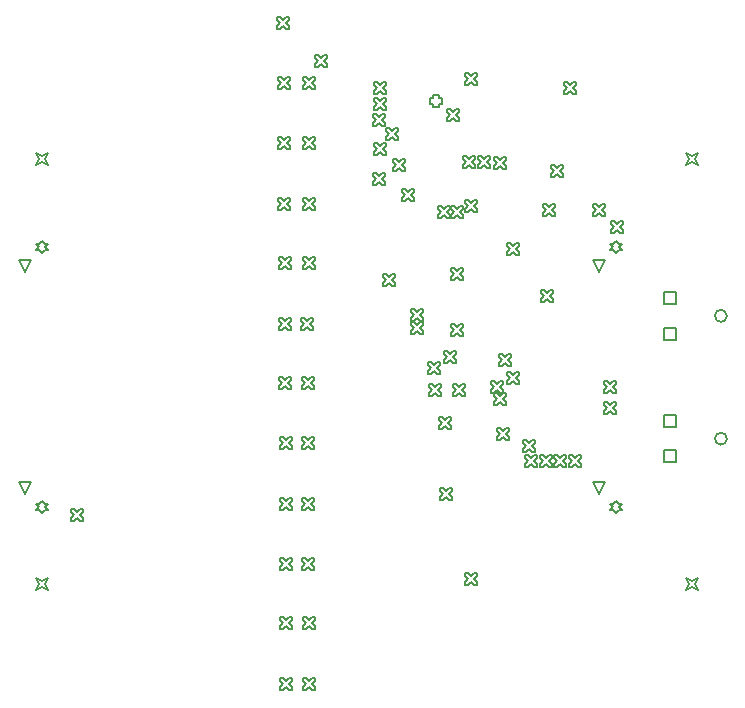
<source format=gbr>
%TF.GenerationSoftware,Altium Limited,Altium Designer,19.1.8 (144)*%
G04 Layer_Color=2752767*
%FSLAX26Y26*%
%MOIN*%
%TF.FileFunction,Drawing*%
%TF.Part,Single*%
G01*
G75*
%TA.AperFunction,NonConductor*%
%ADD67C,0.005000*%
%ADD80C,0.006667*%
D67*
X2268976Y1523307D02*
Y1563307D01*
X2308976D01*
Y1523307D01*
X2268976D01*
Y1405197D02*
Y1445197D01*
X2308976D01*
Y1405197D01*
X2268976D01*
Y1113859D02*
Y1153859D01*
X2308976D01*
Y1113859D01*
X2268976D01*
Y995749D02*
Y1035749D01*
X2308976D01*
Y995749D01*
X2268976D01*
X137796Y889448D02*
X117796Y929448D01*
X157796D01*
X137796Y889448D01*
Y1629606D02*
X117796Y1669606D01*
X157796D01*
X137796Y1629606D01*
X196850Y826456D02*
X206850Y836456D01*
X216850D01*
X206850Y846456D01*
X216850Y856456D01*
X206850D01*
X196850Y866456D01*
X186850Y856456D01*
X176850D01*
X186850Y846456D01*
X176850Y836456D01*
X186850D01*
X196850Y826456D01*
Y1692598D02*
X206850Y1702598D01*
X216850D01*
X206850Y1712598D01*
X216850Y1722598D01*
X206850D01*
X196850Y1732598D01*
X186850Y1722598D01*
X176850D01*
X186850Y1712598D01*
X176850Y1702598D01*
X186850D01*
X196850Y1692598D01*
X2051182Y889448D02*
X2031182Y929448D01*
X2071182D01*
X2051182Y889448D01*
Y1629606D02*
X2031182Y1669606D01*
X2071182D01*
X2051182Y1629606D01*
X2110236Y826456D02*
X2120236Y836456D01*
X2130236D01*
X2120236Y846456D01*
X2130236Y856456D01*
X2120236D01*
X2110236Y866456D01*
X2100236Y856456D01*
X2090236D01*
X2100236Y846456D01*
X2090236Y836456D01*
X2100236D01*
X2110236Y826456D01*
Y1692598D02*
X2120236Y1702598D01*
X2130236D01*
X2120236Y1712598D01*
X2130236Y1722598D01*
X2120236D01*
X2110236Y1732598D01*
X2100236Y1722598D01*
X2090236D01*
X2100236Y1712598D01*
X2090236Y1702598D01*
X2100236D01*
X2110236Y1692598D01*
X176850Y1987874D02*
X186850Y2007874D01*
X176850Y2027874D01*
X196850Y2017874D01*
X216850Y2027874D01*
X206850Y2007874D01*
X216850Y1987874D01*
X196850Y1997874D01*
X176850Y1987874D01*
X2342204D02*
X2352204Y2007874D01*
X2342204Y2027874D01*
X2362204Y2017874D01*
X2382204Y2027874D01*
X2372204Y2007874D01*
X2382204Y1987874D01*
X2362204Y1997874D01*
X2342204Y1987874D01*
Y570552D02*
X2352204Y590552D01*
X2342204Y610552D01*
X2362204Y600552D01*
X2382204Y610552D01*
X2372204Y590552D01*
X2382204Y570552D01*
X2362204Y580552D01*
X2342204Y570552D01*
X176850D02*
X186850Y590552D01*
X176850Y610552D01*
X196850Y600552D01*
X216850Y610552D01*
X206850Y590552D01*
X216850Y570552D01*
X196850Y580552D01*
X176850Y570552D01*
X1499842Y2191762D02*
Y2181762D01*
X1519842D01*
Y2191762D01*
X1529842D01*
Y2211762D01*
X1519842D01*
Y2221762D01*
X1499842D01*
Y2211762D01*
X1489842D01*
Y2191762D01*
X1499842D01*
X1303326Y2224428D02*
X1313326D01*
X1323326Y2234428D01*
X1333326Y2224428D01*
X1343326D01*
Y2234428D01*
X1333326Y2244428D01*
X1343326Y2254428D01*
Y2264428D01*
X1333326D01*
X1323326Y2254428D01*
X1313326Y2264428D01*
X1303326D01*
Y2254428D01*
X1313326Y2244428D01*
X1303326Y2234428D01*
Y2224428D01*
X1547204Y2132560D02*
X1557204D01*
X1567204Y2142560D01*
X1577204Y2132560D01*
X1587204D01*
Y2142560D01*
X1577204Y2152560D01*
X1587204Y2162560D01*
Y2172560D01*
X1577204D01*
X1567204Y2162560D01*
X1557204Y2172560D01*
X1547204D01*
Y2162560D01*
X1557204Y2152560D01*
X1547204Y2142560D01*
Y2132560D01*
X1303326Y2172008D02*
X1313326D01*
X1323326Y2182008D01*
X1333326Y2172008D01*
X1343326D01*
Y2182008D01*
X1333326Y2192008D01*
X1343326Y2202008D01*
Y2212008D01*
X1333326D01*
X1323326Y2202008D01*
X1313326Y2212008D01*
X1303326D01*
Y2202008D01*
X1313326Y2192008D01*
X1303326Y2182008D01*
Y2172008D01*
X1805788Y979016D02*
X1815788D01*
X1825788Y989016D01*
X1835788Y979016D01*
X1845788D01*
Y989016D01*
X1835788Y999016D01*
X1845788Y1009016D01*
Y1019016D01*
X1835788D01*
X1825788Y1009016D01*
X1815788Y1019016D01*
X1805788D01*
Y1009016D01*
X1815788Y999016D01*
X1805788Y989016D01*
Y979016D01*
X1799904Y1031182D02*
X1809904D01*
X1819904Y1041182D01*
X1829904Y1031182D01*
X1839904D01*
Y1041182D01*
X1829904Y1051182D01*
X1839904Y1061182D01*
Y1071182D01*
X1829904D01*
X1819904Y1061182D01*
X1809904Y1071182D01*
X1799904D01*
Y1061182D01*
X1809904Y1051182D01*
X1799904Y1041182D01*
Y1031182D01*
X1365826Y1966220D02*
X1375826D01*
X1385826Y1976220D01*
X1395826Y1966220D01*
X1405826D01*
Y1976220D01*
X1395826Y1986220D01*
X1405826Y1996220D01*
Y2006220D01*
X1395826D01*
X1385826Y1996220D01*
X1375826Y2006220D01*
X1365826D01*
Y1996220D01*
X1375826Y1986220D01*
X1365826Y1976220D01*
Y1966220D01*
X1341220Y2069566D02*
X1351220D01*
X1361220Y2079566D01*
X1371220Y2069566D01*
X1381220D01*
Y2079566D01*
X1371220Y2089566D01*
X1381220Y2099566D01*
Y2109566D01*
X1371220D01*
X1361220Y2099566D01*
X1351220Y2109566D01*
X1341220D01*
Y2099566D01*
X1351220Y2089566D01*
X1341220Y2079566D01*
Y2069566D01*
X1301062Y2115630D02*
X1311062D01*
X1321062Y2125630D01*
X1331062Y2115630D01*
X1341062D01*
Y2125630D01*
X1331062Y2135630D01*
X1341062Y2145630D01*
Y2155630D01*
X1331062D01*
X1321062Y2145630D01*
X1311062Y2155630D01*
X1301062D01*
Y2145630D01*
X1311062Y2135630D01*
X1301062Y2125630D01*
Y2115630D01*
X1303326Y2018878D02*
X1313326D01*
X1323326Y2028878D01*
X1333326Y2018878D01*
X1343326D01*
Y2028878D01*
X1333326Y2038878D01*
X1343326Y2048878D01*
Y2058878D01*
X1333326D01*
X1323326Y2048878D01*
X1313326Y2058878D01*
X1303326D01*
Y2048878D01*
X1313326Y2038878D01*
X1303326Y2028878D01*
Y2018878D01*
X1300866Y1920944D02*
X1310866D01*
X1320866Y1930944D01*
X1330866Y1920944D01*
X1340866D01*
Y1930944D01*
X1330866Y1940944D01*
X1340866Y1950944D01*
Y1960944D01*
X1330866D01*
X1320866Y1950944D01*
X1310866Y1960944D01*
X1300866D01*
Y1950944D01*
X1310866Y1940944D01*
X1300866Y1930944D01*
Y1920944D01*
X1064646Y1639448D02*
X1074646D01*
X1084646Y1649448D01*
X1094646Y1639448D01*
X1104646D01*
Y1649448D01*
X1094646Y1659448D01*
X1104646Y1669448D01*
Y1679448D01*
X1094646D01*
X1084646Y1669448D01*
X1074646Y1679448D01*
X1064646D01*
Y1669448D01*
X1074646Y1659448D01*
X1064646Y1649448D01*
Y1639448D01*
X1745748Y1688662D02*
X1755748D01*
X1765748Y1698662D01*
X1775748Y1688662D01*
X1785748D01*
Y1698662D01*
X1775748Y1708662D01*
X1785748Y1718662D01*
Y1728662D01*
X1775748D01*
X1765748Y1718662D01*
X1755748Y1728662D01*
X1745748D01*
Y1718662D01*
X1755748Y1708662D01*
X1745748Y1698662D01*
Y1688662D01*
X1860998Y1530272D02*
X1870998D01*
X1880998Y1540272D01*
X1890998Y1530272D01*
X1900998D01*
Y1540272D01*
X1890998Y1550272D01*
X1900998Y1560272D01*
Y1570272D01*
X1890998D01*
X1880998Y1560272D01*
X1870998Y1570272D01*
X1860998D01*
Y1560272D01*
X1870998Y1550272D01*
X1860998Y1540272D01*
Y1530272D01*
X1953426Y979016D02*
X1963426D01*
X1973426Y989016D01*
X1983426Y979016D01*
X1993426D01*
Y989016D01*
X1983426Y999016D01*
X1993426Y1009016D01*
Y1019016D01*
X1983426D01*
X1973426Y1009016D01*
X1963426Y1019016D01*
X1953426D01*
Y1009016D01*
X1963426Y999016D01*
X1953426Y989016D01*
Y979016D01*
X1904212D02*
X1914212D01*
X1924212Y989016D01*
X1934212Y979016D01*
X1944212D01*
Y989016D01*
X1934212Y999016D01*
X1944212Y1009016D01*
Y1019016D01*
X1934212D01*
X1924212Y1009016D01*
X1914212Y1019016D01*
X1904212D01*
Y1009016D01*
X1914212Y999016D01*
X1904212Y989016D01*
Y979016D01*
X1060708Y1438662D02*
X1070708D01*
X1080708Y1448662D01*
X1090708Y1438662D01*
X1100708D01*
Y1448662D01*
X1090708Y1458662D01*
X1100708Y1468662D01*
Y1478662D01*
X1090708D01*
X1080708Y1468662D01*
X1070708Y1478662D01*
X1060708D01*
Y1468662D01*
X1070708Y1458662D01*
X1060708Y1448662D01*
Y1438662D01*
X985906D02*
X995906D01*
X1005906Y1448662D01*
X1015906Y1438662D01*
X1025906D01*
Y1448662D01*
X1015906Y1458662D01*
X1025906Y1468662D01*
Y1478662D01*
X1015906D01*
X1005906Y1468662D01*
X995906Y1478662D01*
X985906D01*
Y1468662D01*
X995906Y1458662D01*
X985906Y1448662D01*
Y1438662D01*
X2034134Y1818582D02*
X2044134D01*
X2054134Y1828582D01*
X2064134Y1818582D01*
X2074134D01*
Y1828582D01*
X2064134Y1838582D01*
X2074134Y1848582D01*
Y1858582D01*
X2064134D01*
X2054134Y1848582D01*
X2044134Y1858582D01*
X2034134D01*
Y1848582D01*
X2044134Y1838582D01*
X2034134Y1828582D01*
Y1818582D01*
X1865826D02*
X1875826D01*
X1885826Y1828582D01*
X1895826Y1818582D01*
X1905826D01*
Y1828582D01*
X1895826Y1838582D01*
X1905826Y1848582D01*
Y1858582D01*
X1895826D01*
X1885826Y1848582D01*
X1875826Y1858582D01*
X1865826D01*
Y1848582D01*
X1875826Y1838582D01*
X1865826Y1828582D01*
Y1818582D01*
X1605984Y587284D02*
X1615984D01*
X1625984Y597284D01*
X1635984Y587284D01*
X1645984D01*
Y597284D01*
X1635984Y607284D01*
X1645984Y617284D01*
Y627284D01*
X1635984D01*
X1625984Y617284D01*
X1615984Y627284D01*
X1605984D01*
Y617284D01*
X1615984Y607284D01*
X1605984Y597284D01*
Y587284D01*
X1935708Y2223110D02*
X1945708D01*
X1955708Y2233110D01*
X1965708Y2223110D01*
X1975708D01*
Y2233110D01*
X1965708Y2243110D01*
X1975708Y2253110D01*
Y2263110D01*
X1965708D01*
X1955708Y2253110D01*
X1945708Y2263110D01*
X1935708D01*
Y2253110D01*
X1945708Y2243110D01*
X1935708Y2233110D01*
Y2223110D01*
X1606292Y2252638D02*
X1616292D01*
X1626292Y2262638D01*
X1636292Y2252638D01*
X1646292D01*
Y2262638D01*
X1636292Y2272638D01*
X1646292Y2282638D01*
Y2292638D01*
X1636292D01*
X1626292Y2282638D01*
X1616292Y2292638D01*
X1606292D01*
Y2282638D01*
X1616292Y2272638D01*
X1606292Y2262638D01*
Y2252638D01*
X2092204Y1759528D02*
X2102204D01*
X2112204Y1769528D01*
X2122204Y1759528D01*
X2132204D01*
Y1769528D01*
X2122204Y1779528D01*
X2132204Y1789528D01*
Y1799528D01*
X2122204D01*
X2112204Y1789528D01*
X2102204Y1799528D01*
X2092204D01*
Y1789528D01*
X2102204Y1779528D01*
X2092204Y1769528D01*
Y1759528D01*
X2068998Y1157166D02*
X2078998D01*
X2088998Y1167166D01*
X2098998Y1157166D01*
X2108998D01*
Y1167166D01*
X2098998Y1177166D01*
X2108998Y1187166D01*
Y1197166D01*
X2098998D01*
X2088998Y1187166D01*
X2078998Y1197166D01*
X2068998D01*
Y1187166D01*
X2078998Y1177166D01*
X2068998Y1167166D01*
Y1157166D01*
X2068732Y1228526D02*
X2078732D01*
X2088732Y1238526D01*
X2098732Y1228526D01*
X2108732D01*
Y1238526D01*
X2098732Y1248526D01*
X2108732Y1258526D01*
Y1268526D01*
X2098732D01*
X2088732Y1258526D01*
X2078732Y1268526D01*
X2068732D01*
Y1258526D01*
X2078732Y1248526D01*
X2068732Y1238526D01*
Y1228526D01*
X1558740Y1604016D02*
X1568740D01*
X1578740Y1614016D01*
X1588740Y1604016D01*
X1598740D01*
Y1614016D01*
X1588740Y1624016D01*
X1598740Y1634016D01*
Y1644016D01*
X1588740D01*
X1578740Y1634016D01*
X1568740Y1644016D01*
X1558740D01*
Y1634016D01*
X1568740Y1624016D01*
X1558740Y1614016D01*
Y1604016D01*
X1520354Y1108406D02*
X1530354D01*
X1540354Y1118406D01*
X1550354Y1108406D01*
X1560354D01*
Y1118406D01*
X1550354Y1128406D01*
X1560354Y1138406D01*
Y1148406D01*
X1550354D01*
X1540354Y1138406D01*
X1530354Y1148406D01*
X1520354D01*
Y1138406D01*
X1530354Y1128406D01*
X1520354Y1118406D01*
Y1108406D01*
X1482952Y1289056D02*
X1492952D01*
X1502952Y1299056D01*
X1512952Y1289056D01*
X1522952D01*
Y1299056D01*
X1512952Y1309056D01*
X1522952Y1319056D01*
Y1329056D01*
X1512952D01*
X1502952Y1319056D01*
X1492952Y1329056D01*
X1482952D01*
Y1319056D01*
X1492952Y1309056D01*
X1482952Y1299056D01*
Y1289056D01*
X1537086Y1326456D02*
X1547086D01*
X1557086Y1336456D01*
X1567086Y1326456D01*
X1577086D01*
Y1336456D01*
X1567086Y1346456D01*
X1577086Y1356456D01*
Y1366456D01*
X1567086D01*
X1557086Y1356456D01*
X1547086Y1366456D01*
X1537086D01*
Y1356456D01*
X1547086Y1346456D01*
X1537086Y1336456D01*
Y1326456D01*
X1565228Y1218772D02*
X1575228D01*
X1585228Y1228772D01*
X1595228Y1218772D01*
X1605228D01*
Y1228772D01*
X1595228Y1238772D01*
X1605228Y1248772D01*
Y1258772D01*
X1595228D01*
X1585228Y1248772D01*
X1575228Y1258772D01*
X1565228D01*
Y1248772D01*
X1575228Y1238772D01*
X1565228Y1228772D01*
Y1218772D01*
X1557832Y1417084D02*
X1567832D01*
X1577832Y1427084D01*
X1587832Y1417084D01*
X1597832D01*
Y1427084D01*
X1587832Y1437084D01*
X1597832Y1447084D01*
Y1457084D01*
X1587832D01*
X1577832Y1447084D01*
X1567832Y1457084D01*
X1557832D01*
Y1447084D01*
X1567832Y1437084D01*
X1557832Y1427084D01*
Y1417084D01*
X1559724Y1811692D02*
X1569724D01*
X1579724Y1821692D01*
X1589724Y1811692D01*
X1599724D01*
Y1821692D01*
X1589724Y1831692D01*
X1599724Y1841692D01*
Y1851692D01*
X1589724D01*
X1579724Y1841692D01*
X1569724Y1851692D01*
X1559724D01*
Y1841692D01*
X1569724Y1831692D01*
X1559724Y1821692D01*
Y1811692D01*
X1515434D02*
X1525434D01*
X1535434Y1821692D01*
X1545434Y1811692D01*
X1555434D01*
Y1821692D01*
X1545434Y1831692D01*
X1555434Y1841692D01*
Y1851692D01*
X1545434D01*
X1535434Y1841692D01*
X1525434Y1851692D01*
X1515434D01*
Y1841692D01*
X1525434Y1831692D01*
X1515434Y1821692D01*
Y1811692D01*
X1605894Y1831378D02*
X1615894D01*
X1625894Y1841378D01*
X1635894Y1831378D01*
X1645894D01*
Y1841378D01*
X1635894Y1851378D01*
X1645894Y1861378D01*
Y1871378D01*
X1635894D01*
X1625894Y1861378D01*
X1615894Y1871378D01*
X1605894D01*
Y1861378D01*
X1615894Y1851378D01*
X1605894Y1841378D01*
Y1831378D01*
X1702440Y1975078D02*
X1712440D01*
X1722440Y1985078D01*
X1732440Y1975078D01*
X1742440D01*
Y1985078D01*
X1732440Y1995078D01*
X1742440Y2005078D01*
Y2015078D01*
X1732440D01*
X1722440Y2005078D01*
X1712440Y2015078D01*
X1702440D01*
Y2005078D01*
X1712440Y1995078D01*
X1702440Y1985078D01*
Y1975078D01*
X1649292Y1976064D02*
X1659292D01*
X1669292Y1986064D01*
X1679292Y1976064D01*
X1689292D01*
Y1986064D01*
X1679292Y1996064D01*
X1689292Y2006064D01*
Y2016064D01*
X1679292D01*
X1669292Y2006064D01*
X1659292Y2016064D01*
X1649292D01*
Y2006064D01*
X1659292Y1996064D01*
X1649292Y1986064D01*
Y1976064D01*
X1599094Y1977048D02*
X1609094D01*
X1619094Y1987048D01*
X1629094Y1977048D01*
X1639094D01*
Y1987048D01*
X1629094Y1997048D01*
X1639094Y2007048D01*
Y2017048D01*
X1629094D01*
X1619094Y2007048D01*
X1609094Y2017048D01*
X1599094D01*
Y2007048D01*
X1609094Y1997048D01*
X1599094Y1987048D01*
Y1977048D01*
X1703426Y1187678D02*
X1713426D01*
X1723426Y1197678D01*
X1733426Y1187678D01*
X1743426D01*
Y1197678D01*
X1733426Y1207678D01*
X1743426Y1217678D01*
Y1227678D01*
X1733426D01*
X1723426Y1217678D01*
X1713426Y1227678D01*
X1703426D01*
Y1217678D01*
X1713426Y1207678D01*
X1703426Y1197678D01*
Y1187678D01*
X1855000Y979016D02*
X1865000D01*
X1875000Y989016D01*
X1885000Y979016D01*
X1895000D01*
Y989016D01*
X1885000Y999016D01*
X1895000Y1009016D01*
Y1019016D01*
X1885000D01*
X1875000Y1009016D01*
X1865000Y1019016D01*
X1855000D01*
Y1009016D01*
X1865000Y999016D01*
X1855000Y989016D01*
Y979016D01*
X1693606Y1227678D02*
X1703606D01*
X1713606Y1237678D01*
X1723606Y1227678D01*
X1733606D01*
Y1237678D01*
X1723606Y1247678D01*
X1733606Y1257678D01*
Y1267678D01*
X1723606D01*
X1713606Y1257678D01*
X1703606Y1267678D01*
X1693606D01*
Y1257678D01*
X1703606Y1247678D01*
X1693606Y1237678D01*
Y1227678D01*
X1745748Y1257560D02*
X1755748D01*
X1765748Y1267560D01*
X1775748Y1257560D01*
X1785748D01*
Y1267560D01*
X1775748Y1277560D01*
X1785748Y1287560D01*
Y1297560D01*
X1775748D01*
X1765748Y1287560D01*
X1755748Y1297560D01*
X1745748D01*
Y1287560D01*
X1755748Y1277560D01*
X1745748Y1267560D01*
Y1257560D01*
X1720158Y1316614D02*
X1730158D01*
X1740158Y1326614D01*
X1750158Y1316614D01*
X1760158D01*
Y1326614D01*
X1750158Y1336614D01*
X1760158Y1346614D01*
Y1356614D01*
X1750158D01*
X1740158Y1346614D01*
X1730158Y1356614D01*
X1720158D01*
Y1346614D01*
X1730158Y1336614D01*
X1720158Y1326614D01*
Y1316614D01*
X1891510Y1948600D02*
X1901510D01*
X1911510Y1958600D01*
X1921510Y1948600D01*
X1931510D01*
Y1958600D01*
X1921510Y1968600D01*
X1931510Y1978600D01*
Y1988600D01*
X1921510D01*
X1911510Y1978600D01*
X1901510Y1988600D01*
X1891510D01*
Y1978600D01*
X1901510Y1968600D01*
X1891510Y1958600D01*
Y1948600D01*
X1397322Y1867796D02*
X1407322D01*
X1417322Y1877796D01*
X1427322Y1867796D01*
X1437322D01*
Y1877796D01*
X1427322Y1887796D01*
X1437322Y1897796D01*
Y1907796D01*
X1427322D01*
X1417322Y1897796D01*
X1407322Y1907796D01*
X1397322D01*
Y1897796D01*
X1407322Y1887796D01*
X1397322Y1877796D01*
Y1867796D01*
X1333346Y1583346D02*
X1343346D01*
X1353346Y1593346D01*
X1363346Y1583346D01*
X1373346D01*
Y1593346D01*
X1363346Y1603346D01*
X1373346Y1613346D01*
Y1623346D01*
X1363346D01*
X1353346Y1613346D01*
X1343346Y1623346D01*
X1333346D01*
Y1613346D01*
X1343346Y1603346D01*
X1333346Y1593346D01*
Y1583346D01*
X1424882Y1466220D02*
X1434882D01*
X1444882Y1476220D01*
X1454882Y1466220D01*
X1464882D01*
Y1476220D01*
X1454882Y1486220D01*
X1464882Y1496220D01*
Y1506220D01*
X1454882D01*
X1444882Y1496220D01*
X1434882Y1506220D01*
X1424882D01*
Y1496220D01*
X1434882Y1486220D01*
X1424882Y1476220D01*
Y1466220D01*
X1425866Y1423898D02*
X1435866D01*
X1445866Y1433898D01*
X1455866Y1423898D01*
X1465866D01*
Y1433898D01*
X1455866Y1443898D01*
X1465866Y1453898D01*
Y1463898D01*
X1455866D01*
X1445866Y1453898D01*
X1435866Y1463898D01*
X1425866D01*
Y1453898D01*
X1435866Y1443898D01*
X1425866Y1433898D01*
Y1423898D01*
X1522322Y869764D02*
X1532322D01*
X1542322Y879764D01*
X1552322Y869764D01*
X1562322D01*
Y879764D01*
X1552322Y889764D01*
X1562322Y899764D01*
Y909764D01*
X1552322D01*
X1542322Y899764D01*
X1532322Y909764D01*
X1522322D01*
Y899764D01*
X1532322Y889764D01*
X1522322Y879764D01*
Y869764D01*
X1712284Y1071536D02*
X1722284D01*
X1732284Y1081536D01*
X1742284Y1071536D01*
X1752284D01*
Y1081536D01*
X1742284Y1091536D01*
X1752284Y1101536D01*
Y1111536D01*
X1742284D01*
X1732284Y1101536D01*
X1722284Y1111536D01*
X1712284D01*
Y1101536D01*
X1722284Y1091536D01*
X1712284Y1081536D01*
Y1071536D01*
X1485906Y1218772D02*
X1495906D01*
X1505906Y1228772D01*
X1515906Y1218772D01*
X1525906D01*
Y1228772D01*
X1515906Y1238772D01*
X1525906Y1248772D01*
Y1258772D01*
X1515906D01*
X1505906Y1248772D01*
X1495906Y1258772D01*
X1485906D01*
Y1248772D01*
X1495906Y1238772D01*
X1485906Y1228772D01*
Y1218772D01*
X292992Y800600D02*
X302992D01*
X312992Y810600D01*
X322992Y800600D01*
X332992D01*
Y810600D01*
X322992Y820600D01*
X332992Y830600D01*
Y840600D01*
X322992D01*
X312992Y830600D01*
X302992Y840600D01*
X292992D01*
Y830600D01*
X302992Y820600D01*
X292992Y810600D01*
Y800600D01*
X1105984Y2314646D02*
X1115984D01*
X1125984Y2324646D01*
X1135984Y2314646D01*
X1145984D01*
Y2324646D01*
X1135984Y2334646D01*
X1145984Y2344646D01*
Y2354646D01*
X1135984D01*
X1125984Y2344646D01*
X1115984Y2354646D01*
X1105984D01*
Y2344646D01*
X1115984Y2334646D01*
X1105984Y2324646D01*
Y2314646D01*
X980000Y2440630D02*
X990000D01*
X1000000Y2450630D01*
X1010000Y2440630D01*
X1020000D01*
Y2450630D01*
X1010000Y2460630D01*
X1020000Y2470630D01*
Y2480630D01*
X1010000D01*
X1000000Y2470630D01*
X990000Y2480630D01*
X980000D01*
Y2470630D01*
X990000Y2460630D01*
X980000Y2450630D01*
Y2440630D01*
X1062678Y1239842D02*
X1072678D01*
X1082678Y1249842D01*
X1092678Y1239842D01*
X1102678D01*
Y1249842D01*
X1092678Y1259842D01*
X1102678Y1269842D01*
Y1279842D01*
X1092678D01*
X1082678Y1269842D01*
X1072678Y1279842D01*
X1062678D01*
Y1269842D01*
X1072678Y1259842D01*
X1062678Y1249842D01*
Y1239842D01*
Y838268D02*
X1072678D01*
X1082678Y848268D01*
X1092678Y838268D01*
X1102678D01*
Y848268D01*
X1092678Y858268D01*
X1102678Y868268D01*
Y878268D01*
X1092678D01*
X1082678Y868268D01*
X1072678Y878268D01*
X1062678D01*
Y868268D01*
X1072678Y858268D01*
X1062678Y848268D01*
Y838268D01*
X1064646Y1838268D02*
X1074646D01*
X1084646Y1848268D01*
X1094646Y1838268D01*
X1104646D01*
Y1848268D01*
X1094646Y1858268D01*
X1104646Y1868268D01*
Y1878268D01*
X1094646D01*
X1084646Y1868268D01*
X1074646Y1878268D01*
X1064646D01*
Y1868268D01*
X1074646Y1858268D01*
X1064646Y1848268D01*
Y1838268D01*
X1062678Y637480D02*
X1072678D01*
X1082678Y647480D01*
X1092678Y637480D01*
X1102678D01*
Y647480D01*
X1092678Y657480D01*
X1102678Y667480D01*
Y677480D01*
X1092678D01*
X1082678Y667480D01*
X1072678Y677480D01*
X1062678D01*
Y667480D01*
X1072678Y657480D01*
X1062678Y647480D01*
Y637480D01*
Y1039056D02*
X1072678D01*
X1082678Y1049056D01*
X1092678Y1039056D01*
X1102678D01*
Y1049056D01*
X1092678Y1059056D01*
X1102678Y1069056D01*
Y1079056D01*
X1092678D01*
X1082678Y1069056D01*
X1072678Y1079056D01*
X1062678D01*
Y1069056D01*
X1072678Y1059056D01*
X1062678Y1049056D01*
Y1039056D01*
X987874Y838268D02*
X997874D01*
X1007874Y848268D01*
X1017874Y838268D01*
X1027874D01*
Y848268D01*
X1017874Y858268D01*
X1027874Y868268D01*
Y878268D01*
X1017874D01*
X1007874Y868268D01*
X997874Y878268D01*
X987874D01*
Y868268D01*
X997874Y858268D01*
X987874Y848268D01*
Y838268D01*
Y440630D02*
X997874D01*
X1007874Y450630D01*
X1017874Y440630D01*
X1027874D01*
Y450630D01*
X1017874Y460630D01*
X1027874Y470630D01*
Y480630D01*
X1017874D01*
X1007874Y470630D01*
X997874Y480630D01*
X987874D01*
Y470630D01*
X997874Y460630D01*
X987874Y450630D01*
Y440630D01*
X1064646Y2239842D02*
X1074646D01*
X1084646Y2249842D01*
X1094646Y2239842D01*
X1104646D01*
Y2249842D01*
X1094646Y2259842D01*
X1104646Y2269842D01*
Y2279842D01*
X1094646D01*
X1084646Y2269842D01*
X1074646Y2279842D01*
X1064646D01*
Y2269842D01*
X1074646Y2259842D01*
X1064646Y2249842D01*
Y2239842D01*
X983936D02*
X993936D01*
X1003936Y2249842D01*
X1013936Y2239842D01*
X1023936D01*
Y2249842D01*
X1013936Y2259842D01*
X1023936Y2269842D01*
Y2279842D01*
X1013936D01*
X1003936Y2269842D01*
X993936Y2279842D01*
X983936D01*
Y2269842D01*
X993936Y2259842D01*
X983936Y2249842D01*
Y2239842D01*
X1064646Y2039056D02*
X1074646D01*
X1084646Y2049056D01*
X1094646Y2039056D01*
X1104646D01*
Y2049056D01*
X1094646Y2059056D01*
X1104646Y2069056D01*
Y2079056D01*
X1094646D01*
X1084646Y2069056D01*
X1074646Y2079056D01*
X1064646D01*
Y2069056D01*
X1074646Y2059056D01*
X1064646Y2049056D01*
Y2039056D01*
X983936D02*
X993936D01*
X1003936Y2049056D01*
X1013936Y2039056D01*
X1023936D01*
Y2049056D01*
X1013936Y2059056D01*
X1023936Y2069056D01*
Y2079056D01*
X1013936D01*
X1003936Y2069056D01*
X993936Y2079056D01*
X983936D01*
Y2069056D01*
X993936Y2059056D01*
X983936Y2049056D01*
Y2039056D01*
Y1838268D02*
X993936D01*
X1003936Y1848268D01*
X1013936Y1838268D01*
X1023936D01*
Y1848268D01*
X1013936Y1858268D01*
X1023936Y1868268D01*
Y1878268D01*
X1013936D01*
X1003936Y1868268D01*
X993936Y1878268D01*
X983936D01*
Y1868268D01*
X993936Y1858268D01*
X983936Y1848268D01*
Y1838268D01*
X985906Y1639448D02*
X995906D01*
X1005906Y1649448D01*
X1015906Y1639448D01*
X1025906D01*
Y1649448D01*
X1015906Y1659448D01*
X1025906Y1669448D01*
Y1679448D01*
X1015906D01*
X1005906Y1669448D01*
X995906Y1679448D01*
X985906D01*
Y1669448D01*
X995906Y1659448D01*
X985906Y1649448D01*
Y1639448D01*
Y1239842D02*
X995906D01*
X1005906Y1249842D01*
X1015906Y1239842D01*
X1025906D01*
Y1249842D01*
X1015906Y1259842D01*
X1025906Y1269842D01*
Y1279842D01*
X1015906D01*
X1005906Y1269842D01*
X995906Y1279842D01*
X985906D01*
Y1269842D01*
X995906Y1259842D01*
X985906Y1249842D01*
Y1239842D01*
X987874Y1039056D02*
X997874D01*
X1007874Y1049056D01*
X1017874Y1039056D01*
X1027874D01*
Y1049056D01*
X1017874Y1059056D01*
X1027874Y1069056D01*
Y1079056D01*
X1017874D01*
X1007874Y1069056D01*
X997874Y1079056D01*
X987874D01*
Y1069056D01*
X997874Y1059056D01*
X987874Y1049056D01*
Y1039056D01*
Y637480D02*
X997874D01*
X1007874Y647480D01*
X1017874Y637480D01*
X1027874D01*
Y647480D01*
X1017874Y657480D01*
X1027874Y667480D01*
Y677480D01*
X1017874D01*
X1007874Y667480D01*
X997874Y677480D01*
X987874D01*
Y667480D01*
X997874Y657480D01*
X987874Y647480D01*
Y637480D01*
X1066614Y440630D02*
X1076614D01*
X1086614Y450630D01*
X1096614Y440630D01*
X1106614D01*
Y450630D01*
X1096614Y460630D01*
X1106614Y470630D01*
Y480630D01*
X1096614D01*
X1086614Y470630D01*
X1076614Y480630D01*
X1066614D01*
Y470630D01*
X1076614Y460630D01*
X1066614Y450630D01*
Y440630D01*
Y235906D02*
X1076614D01*
X1086614Y245906D01*
X1096614Y235906D01*
X1106614D01*
Y245906D01*
X1096614Y255906D01*
X1106614Y265906D01*
Y275906D01*
X1096614D01*
X1086614Y265906D01*
X1076614Y275906D01*
X1066614D01*
Y265906D01*
X1076614Y255906D01*
X1066614Y245906D01*
Y235906D01*
X987874D02*
X997874D01*
X1007874Y245906D01*
X1017874Y235906D01*
X1027874D01*
Y245906D01*
X1017874Y255906D01*
X1027874Y265906D01*
Y275906D01*
X1017874D01*
X1007874Y265906D01*
X997874Y275906D01*
X987874D01*
Y265906D01*
X997874Y255906D01*
X987874Y245906D01*
Y235906D01*
D80*
X2479055Y1484252D02*
G03*
X2479055Y1484252I-20000J0D01*
G01*
Y1074804D02*
G03*
X2479055Y1074804I-20000J0D01*
G01*
%TF.MD5,2eb2d8e081fb0ad97521b236872532c6*%
M02*

</source>
